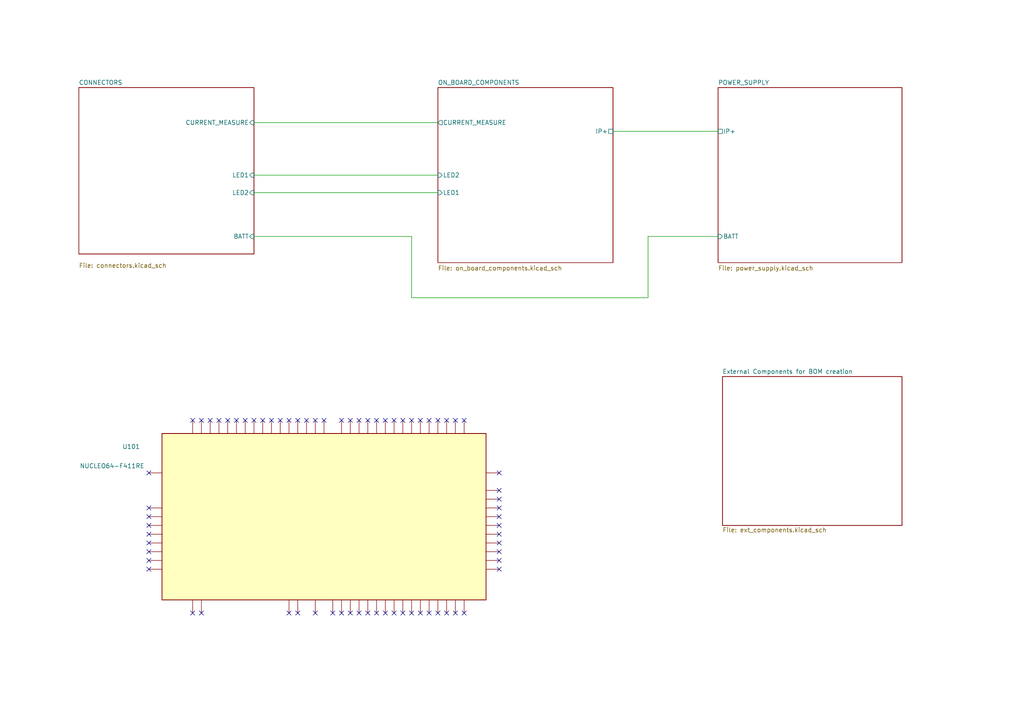
<source format=kicad_sch>
(kicad_sch (version 20211123) (generator eeschema)
  (paper "A4")
  (lib_symbols
    (symbol "MCU_Module:NUCLEO64-F411RE" (pin_numbers hide) (pin_names hide)
      (property "Reference" "U" (at -17.78 50.165 0))
      (property "Value" "NUCLEO64-F411RE" (at -17.78 48.26 0))
      (symbol "NUCLEO64-F411RE_0_1"
        (rectangle (start -24.13 -46.99) (end 24.13 46.99) (stroke (width 0.254)) (fill (type background)))
      )
      (symbol "NUCLEO64-F411RE_1_1"
        (pin bidirectional line (at -27.94 -27.94 0) (length 3.81) (name "PC10") (number "1"))
        (pin no_connect line (at -27.94 20.32 0) (length 3.81) hide (name "NC") (number "10"))
        (pin no_connect line (at -27.94 15.24 0) (length 3.81) hide (name "NC") (number "11"))
        (pin power_in line (at -10.16 50.8 270) (length 3.81) (name "IOREF") (number "12"))
        (pin bidirectional line (at 27.94 5.08 180) (length 3.81) (name "STLINK_TMS/PA13") (number "13"))
        (pin input line (at -27.94 35.56 0) (length 3.81) (name "~{RESET}") (number "14"))
        (pin bidirectional line (at 27.94 2.54 180) (length 3.81) (name "STLINK_TCK/PA14") (number "15"))
        (pin power_in line (at -7.62 50.8 270) (length 3.81) (name "+3V3") (number "16"))
        (pin bidirectional line (at 27.94 0 180) (length 3.81) (name "PA15") (number "17"))
        (pin power_in line (at -5.08 50.8 270) (length 3.81) (name "+5V") (number "18"))
        (pin power_in line (at -12.7 -50.8 90) (length 3.81) (name "GND") (number "19"))
        (pin bidirectional line (at -27.94 -30.48 0) (length 3.81) (name "PC11") (number "2"))
        (pin power_in line (at -10.16 -50.8 90) (length 3.81) (name "GND") (number "20"))
        (pin bidirectional line (at 27.94 -22.86 180) (length 3.81) (name "PB7") (number "21"))
        (pin power_in line (at -7.62 -50.8 90) (length 3.81) (name "GND") (number "22"))
        (pin bidirectional line (at -27.94 -35.56 0) (length 3.81) (name "PC13") (number "23"))
        (pin power_in line (at -2.54 50.8 270) (length 3.81) (name "VIN") (number "24"))
        (pin bidirectional line (at -27.94 -38.1 0) (length 3.81) (name "PC14") (number "25"))
        (pin no_connect line (at -27.94 22.86 0) (length 3.81) hide (name "NC") (number "26"))
        (pin bidirectional line (at -27.94 -40.64 0) (length 3.81) (name "PC15") (number "27"))
        (pin bidirectional line (at 27.94 38.1 180) (length 3.81) (name "PA0") (number "28"))
        (pin bidirectional line (at -27.94 10.16 0) (length 3.81) (name "PH0") (number "29"))
        (pin bidirectional line (at -27.94 -33.02 0) (length 3.81) (name "PC12") (number "3"))
        (pin bidirectional line (at 27.94 35.56 180) (length 3.81) (name "PA1") (number "30"))
        (pin bidirectional line (at -27.94 7.62 0) (length 3.81) (name "PH1") (number "31"))
        (pin bidirectional line (at 27.94 27.94 180) (length 3.81) (name "PA4") (number "32"))
        (pin power_in line (at 0 50.8 270) (length 3.81) (name "VBAT") (number "33"))
        (pin bidirectional line (at 27.94 -5.08 180) (length 3.81) (name "PB0") (number "34"))
        (pin bidirectional line (at -27.94 -7.62 0) (length 3.81) (name "PC2") (number "35"))
        (pin bidirectional line (at -27.94 -5.08 0) (length 3.81) (name "PC1") (number "36"))
        (pin bidirectional line (at -27.94 -10.16 0) (length 3.81) (name "PC3") (number "37"))
        (pin bidirectional line (at -27.94 -2.54 0) (length 3.81) (name "PC0") (number "38"))
        (pin bidirectional line (at -27.94 -25.4 0) (length 3.81) (name "PC9") (number "39"))
        (pin bidirectional line (at -27.94 2.54 0) (length 3.81) (name "PD2") (number "4"))
        (pin bidirectional line (at -27.94 -22.86 0) (length 3.81) (name "PC8") (number "40"))
        (pin bidirectional line (at 27.94 -25.4 180) (length 3.81) (name "PB8") (number "41"))
        (pin bidirectional line (at -27.94 -17.78 0) (length 3.81) (name "PC6") (number "42"))
        (pin bidirectional line (at 27.94 -27.94 180) (length 3.81) (name "PB9") (number "43"))
        (pin bidirectional line (at -27.94 -15.24 0) (length 3.81) (name "PC5") (number "44"))
        (pin power_in line (at 12.7 50.8 270) (length 3.81) (name "AVDD") (number "45"))
        (pin power_in line (at 2.54 50.8 270) (length 3.81) (name "U5V") (number "46"))
        (pin power_in line (at -5.08 -50.8 90) (length 3.81) (name "GND") (number "47"))
        (pin no_connect line (at -27.94 25.4 0) (length 3.81) hide (name "NC") (number "48"))
        (pin bidirectional line (at 27.94 25.4 180) (length 3.81) (name "PA5") (number "49"))
        (pin power_in line (at -15.24 50.8 270) (length 3.81) (name "VDD") (number "5"))
        (pin bidirectional line (at 27.94 7.62 180) (length 3.81) (name "PA12") (number "50"))
        (pin bidirectional line (at 27.94 22.86 180) (length 3.81) (name "PA6") (number "51"))
        (pin bidirectional line (at 27.94 10.16 180) (length 3.81) (name "PA11") (number "52"))
        (pin bidirectional line (at 27.94 20.32 180) (length 3.81) (name "PA7") (number "53"))
        (pin bidirectional line (at 27.94 -33.02 180) (length 3.81) (name "PB12") (number "54"))
        (pin bidirectional line (at 27.94 -20.32 180) (length 3.81) (name "PB6") (number "55"))
        (pin no_connect line (at -27.94 33.02 0) (length 3.81) hide (name "NC") (number "56"))
        (pin bidirectional line (at -27.94 -20.32 0) (length 3.81) (name "PC7") (number "57"))
        (pin power_in line (at -2.54 -50.8 90) (length 3.81) (name "GND") (number "58"))
        (pin bidirectional line (at 27.94 15.24 180) (length 3.81) (name "PA9") (number "59"))
        (pin power_in line (at -12.7 50.8 270) (length 3.81) (name "E5V") (number "6"))
        (pin bidirectional line (at 27.94 -10.16 180) (length 3.81) (name "PB2") (number "60"))
        (pin bidirectional line (at 27.94 17.78 180) (length 3.81) (name "PA8") (number "61"))
        (pin bidirectional line (at 27.94 -7.62 180) (length 3.81) (name "PB1") (number "62"))
        (pin bidirectional line (at 27.94 -30.48 180) (length 3.81) (name "PB10") (number "63"))
        (pin bidirectional line (at 27.94 -40.64 180) (length 3.81) (name "PB15") (number "64"))
        (pin bidirectional line (at 27.94 -15.24 180) (length 3.81) (name "PB4") (number "65"))
        (pin bidirectional line (at 27.94 -38.1 180) (length 3.81) (name "PB14") (number "66"))
        (pin bidirectional line (at 27.94 -17.78 180) (length 3.81) (name "PB5") (number "67"))
        (pin bidirectional line (at 27.94 -35.56 180) (length 3.81) (name "PB13") (number "68"))
        (pin bidirectional line (at 27.94 -12.7 180) (length 3.81) (name "STLINK_SWO/PB3") (number "69"))
        (pin input line (at -27.94 38.1 0) (length 3.81) (name "~{BOOT0}") (number "7"))
        (pin power_in line (at 12.7 -50.8 90) (length 3.81) (name "AGND") (number "70"))
        (pin bidirectional line (at 27.94 12.7 180) (length 3.81) (name "PA10") (number "71"))
        (pin bidirectional line (at -27.94 -12.7 0) (length 3.81) (name "PC4") (number "72"))
        (pin bidirectional line (at 27.94 33.02 180) (length 3.81) (name "STLINK_UART_TX/PA2") (number "73"))
        (pin no_connect line (at -27.94 30.48 0) (length 3.81) hide (name "NC") (number "74"))
        (pin bidirectional line (at 27.94 30.48 180) (length 3.81) (name "STLINK_UART_RX/PA3") (number "75"))
        (pin no_connect line (at -27.94 27.94 0) (length 3.81) hide (name "NC") (number "76"))
        (pin power_in line (at 0 -50.8 90) (length 3.81) (name "GND") (number "77"))
        (pin power_in line (at 2.54 -50.8 90) (length 3.81) (name "GND") (number "78"))
        (pin power_in line (at 5.08 -50.8 90) (length 3.81) (name "GND") (number "79"))
        (pin power_in line (at -15.24 -50.8 90) (length 3.81) (name "GND") (number "8"))
        (pin power_in line (at 7.62 -50.8 90) (length 3.81) (name "GND") (number "80"))
        (pin no_connect line (at -27.94 17.78 0) (length 3.81) hide (name "NC") (number "9"))
      )
    )
  )
  (no_connect (at 73.66 121.92))
  (no_connect (at 119.38 121.92))
  (no_connect (at 127 177.8))
  (no_connect (at 66.04 121.92))
  (no_connect (at 119.38 177.8))
  (no_connect (at 43.18 152.4))
  (no_connect (at 111.76 121.92))
  (no_connect (at 96.52 177.8))
  (no_connect (at 109.22 121.92))
  (no_connect (at 78.74 121.92))
  (no_connect (at 116.84 121.92))
  (no_connect (at 134.62 121.92))
  (no_connect (at 43.18 160.02))
  (no_connect (at 101.6 177.8))
  (no_connect (at 144.78 137.16))
  (no_connect (at 60.96 121.92))
  (no_connect (at 127 121.92))
  (no_connect (at 43.18 154.94))
  (no_connect (at 55.88 121.92))
  (no_connect (at 43.18 165.1))
  (no_connect (at 132.08 177.8))
  (no_connect (at 144.78 165.1))
  (no_connect (at 43.18 149.86))
  (no_connect (at 111.76 177.8))
  (no_connect (at 71.12 121.92))
  (no_connect (at 68.58 121.92))
  (no_connect (at 43.18 147.32))
  (no_connect (at 58.42 177.8))
  (no_connect (at 91.44 177.8))
  (no_connect (at 55.88 177.8))
  (no_connect (at 91.44 121.92))
  (no_connect (at 129.54 121.92))
  (no_connect (at 43.18 137.16))
  (no_connect (at 129.54 177.8))
  (no_connect (at 144.78 157.48))
  (no_connect (at 106.68 177.8))
  (no_connect (at 106.68 121.92))
  (no_connect (at 124.46 121.92))
  (no_connect (at 144.78 154.94))
  (no_connect (at 99.06 121.92))
  (no_connect (at 101.6 121.92))
  (no_connect (at 144.78 144.78))
  (no_connect (at 114.3 177.8))
  (no_connect (at 86.36 121.92))
  (no_connect (at 63.5 121.92))
  (no_connect (at 144.78 142.24))
  (no_connect (at 144.78 147.32))
  (no_connect (at 124.46 177.8))
  (no_connect (at 83.82 121.92))
  (no_connect (at 144.78 160.02))
  (no_connect (at 86.36 177.8))
  (no_connect (at 144.78 149.86))
  (no_connect (at 132.08 121.92))
  (no_connect (at 83.82 177.8))
  (no_connect (at 144.78 152.4))
  (no_connect (at 81.28 121.92))
  (no_connect (at 109.22 177.8))
  (no_connect (at 99.06 177.8))
  (no_connect (at 58.42 121.92))
  (no_connect (at 121.92 121.92))
  (no_connect (at 121.92 177.8))
  (no_connect (at 43.18 162.56))
  (no_connect (at 116.84 177.8))
  (no_connect (at 114.3 121.92))
  (no_connect (at 144.78 162.56))
  (no_connect (at 88.9 121.92))
  (no_connect (at 93.98 121.92))
  (no_connect (at 104.14 177.8))
  (no_connect (at 76.2 121.92))
  (no_connect (at 134.62 177.8))
  (no_connect (at 43.18 157.48))
  (no_connect (at 104.14 121.92))
  (wire (pts (xy 177.8 38.1) (xy 208.28 38.1)))
  (wire (pts (xy 187.96 86.36) (xy 187.96 68.58)))
  (wire (pts (xy 119.38 68.58) (xy 119.38 86.36)))
  (wire (pts (xy 73.66 35.56) (xy 127 35.56)))
  (wire (pts (xy 73.66 55.88) (xy 127 55.88)))
  (wire (pts (xy 73.66 50.8) (xy 127 50.8)))
  (wire (pts (xy 187.96 68.58) (xy 208.28 68.58)))
  (wire (pts (xy 119.38 86.36) (xy 187.96 86.36)))
  (wire (pts (xy 73.66 68.58) (xy 119.38 68.58)))
  (symbol (lib_id "MCU_Module:NUCLEO64-F411RE") (at 93.98 149.86 90) (unit 1) (in_bom no)
    (property "Reference" "U101" (at 40.64 129.54 90) (effects (justify left)))
    (property "Value" "NUCLEO64-F411RE" (at 41.91 135.1406 90) (effects (justify left)))
    (property "Footprint" "Module:ST_Morpho_Connector_144_STLink" (effects hide))
    (property "Datasheet" "http://www.st.com/st-web-ui/static/active/en/resource/technical/document/data_brief/DM00105918.pdf" (effects hide))
    (property "Price" "x" (effects hide))
    (property "PurchaseLoc" "x" (effects hide))
  )
  (sheet (at 127 25.4) (size 50.8 50.8) (stroke (width 0.1524))
    (property "Sheet name" "ON_BOARD_COMPONENTS" (at 127 24.6884 0) (effects (justify left bottom)))
    (property "Sheet file" "on_board_components.kicad_sch" (at 127 77.0386 0) (effects (justify left top)))
    (pin "CURRENT_MEASURE" output (at 127 35.56 180))
    (pin "IP+" passive (at 177.8 38.1 0))
    (pin "LED2" input (at 127 50.8 180))
    (pin "LED1" input (at 127 55.88 180))
  )
  (sheet (at 22.86 25.4) (size 50.8 48.26) (stroke (width 0.1524))
    (property "Sheet name" "CONNECTORS" (at 22.86 24.6884 0) (effects (justify left bottom)))
    (property "Sheet file" "connectors.kicad_sch" (at 22.86 76.2766 0) (effects (justify left top)))
    (pin "CURRENT_MEASURE" input (at 73.66 35.56 0))
    (pin "BATT" input (at 73.66 68.58 0))
    (pin "LED1" input (at 73.66 50.8 0))
    (pin "LED2" input (at 73.66 55.88 0))
  )
  (sheet (at 208.28 25.4) (size 53.34 50.8) (stroke (width 0.1524))
    (property "Sheet name" "POWER_SUPPLY" (at 208.28 24.6884 0) (effects (justify left bottom)))
    (property "Sheet file" "power_supply.kicad_sch" (at 208.28 77.0386 0) (effects (justify left top)))
    (pin "IP+" passive (at 208.28 38.1 180))
    (pin "BATT" input (at 208.28 68.58 180))
  )
  (sheet (at 209.55 109.22) (size 52.07 43.18) (stroke (width 0.1524))
    (property "Sheet name" "External Components for BOM creation" (at 209.55 108.5084 0) (effects (justify left bottom)))
    (property "Sheet file" "ext_components.kicad_sch" (at 209.55 152.9846 0) (effects (justify left top)))
  )
)
</source>
